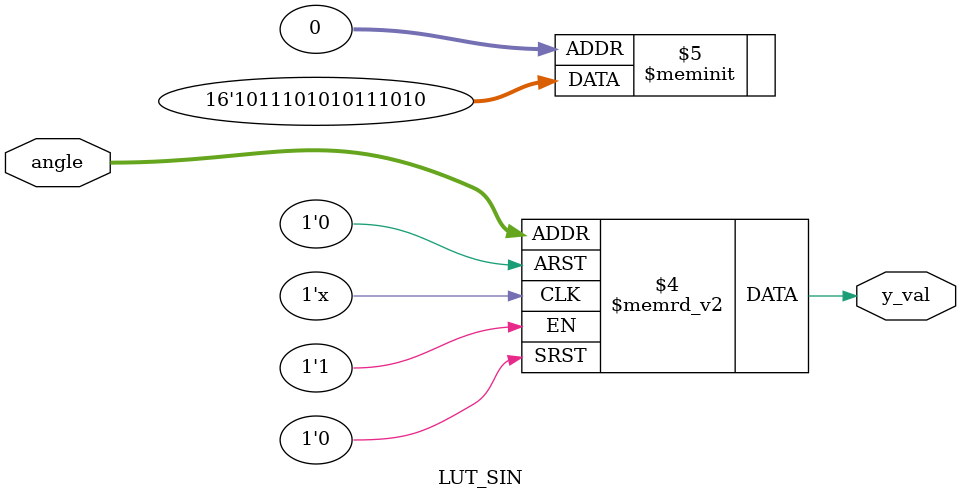
<source format=sv>
`timescale 1ns / 1ps


//THIS IS ACCOMPANIED BY A PYTHON SCRIPT WHICH GENERATES A CASE STATEMENT OF 2^N SIZE!!

module LUT_SIN(
    input [3:0] angle,
    output reg y_val
    );
    
    
    always @(angle) begin
    case(angle)
        4'd0: y_val = 16384;
        4'd1: y_val = 22653;
        4'd2: y_val = 27968;
        4'd3: y_val = 31519;
        4'd4: y_val = 32767;
        4'd5: y_val = 31519;
        4'd6: y_val = 27968;
        4'd7: y_val = 22653;
        4'd8: y_val = 16384;
        4'd9: y_val = 10115;
        4'd10: y_val = 4800;
        4'd11: y_val = 1249;
        4'd12: y_val = 1;
        4'd13: y_val = 1249;
        4'd14: y_val = 4800;
        4'd15: y_val = 10115;
    endcase
    end
    
endmodule

</source>
